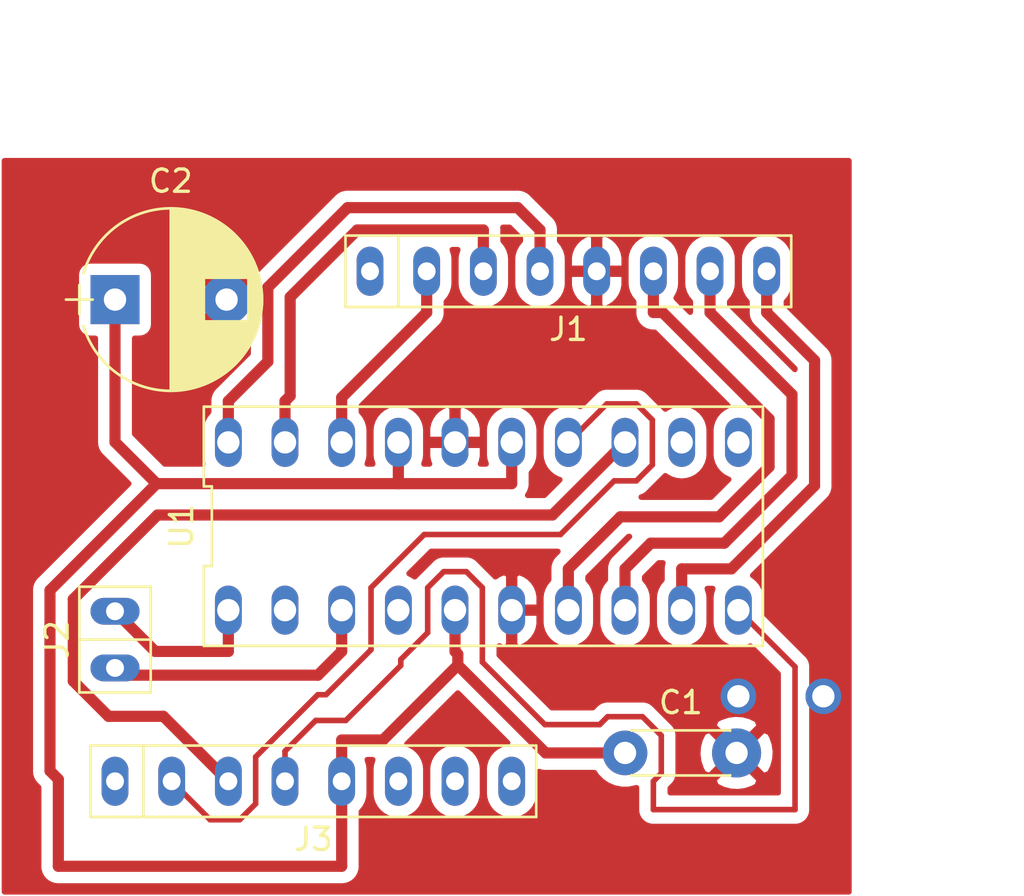
<source format=kicad_pcb>
(kicad_pcb (version 20171130) (host pcbnew "(5.1.6)-1")

  (general
    (thickness 1.6)
    (drawings 2)
    (tracks 119)
    (zones 0)
    (modules 6)
    (nets 23)
  )

  (page A4)
  (layers
    (0 F.Cu signal)
    (31 B.Cu signal)
    (32 B.Adhes user)
    (33 F.Adhes user)
    (34 B.Paste user)
    (35 F.Paste user)
    (36 B.SilkS user)
    (37 F.SilkS user)
    (38 B.Mask user)
    (39 F.Mask user)
    (40 Dwgs.User user)
    (41 Cmts.User user)
    (42 Eco1.User user)
    (43 Eco2.User user)
    (44 Edge.Cuts user)
    (45 Margin user)
    (46 B.CrtYd user)
    (47 F.CrtYd user)
    (48 B.Fab user)
    (49 F.Fab user)
  )

  (setup
    (last_trace_width 0.5)
    (user_trace_width 0.25)
    (user_trace_width 1)
    (user_trace_width 1.5)
    (user_trace_width 2)
    (trace_clearance 0.5)
    (zone_clearance 0.508)
    (zone_45_only no)
    (trace_min 0.2)
    (via_size 1.6)
    (via_drill 1)
    (via_min_size 0.4)
    (via_min_drill 0.3)
    (user_via 2 1.5)
    (user_via 2 1.5)
    (user_via 2.4 1.6)
    (uvia_size 1.2)
    (uvia_drill 0.8)
    (uvias_allowed no)
    (uvia_min_size 0.2)
    (uvia_min_drill 0.1)
    (edge_width 0.05)
    (segment_width 0.2)
    (pcb_text_width 0.3)
    (pcb_text_size 1.5 1.5)
    (mod_edge_width 0.12)
    (mod_text_size 1 1)
    (mod_text_width 0.15)
    (pad_size 1.524 1.524)
    (pad_drill 0.762)
    (pad_to_mask_clearance 0.05)
    (aux_axis_origin 0 0)
    (visible_elements 7FFFFFFF)
    (pcbplotparams
      (layerselection 0x010fc_ffffffff)
      (usegerberextensions false)
      (usegerberattributes true)
      (usegerberadvancedattributes true)
      (creategerberjobfile true)
      (excludeedgelayer true)
      (linewidth 0.100000)
      (plotframeref false)
      (viasonmask false)
      (mode 1)
      (useauxorigin false)
      (hpglpennumber 1)
      (hpglpenspeed 20)
      (hpglpendiameter 15.000000)
      (psnegative false)
      (psa4output false)
      (plotreference true)
      (plotvalue true)
      (plotinvisibletext false)
      (padsonsilk false)
      (subtractmaskfromsilk false)
      (outputformat 1)
      (mirror false)
      (drillshape 1)
      (scaleselection 1)
      (outputdirectory ""))
  )

  (net 0 "")
  (net 1 VCC)
  (net 2 GND)
  (net 3 "Net-(J1-Pad8)")
  (net 4 "Net-(J1-Pad7)")
  (net 5 "Net-(J1-Pad6)")
  (net 6 "Net-(J1-Pad4)")
  (net 7 "Net-(J1-Pad3)")
  (net 8 "Net-(J1-Pad2)")
  (net 9 "Net-(J1-Pad1)")
  (net 10 "Net-(J2-Pad2)")
  (net 11 "Net-(J2-Pad1)")
  (net 12 "Net-(J3-Pad8)")
  (net 13 "Net-(J3-Pad7)")
  (net 14 "Net-(J3-Pad6)")
  (net 15 "Net-(J3-Pad4)")
  (net 16 "Net-(J3-Pad3)")
  (net 17 "Net-(J3-Pad2)")
  (net 18 "Net-(J3-Pad1)")
  (net 19 "Net-(U1-Pad11)")
  (net 20 "Net-(U1-Pad12)")
  (net 21 "Net-(U1-Pad4)")
  (net 22 "Net-(U1-Pad2)")

  (net_class Default "This is the default net class."
    (clearance 0.5)
    (trace_width 0.5)
    (via_dia 1.6)
    (via_drill 1)
    (uvia_dia 1.2)
    (uvia_drill 0.8)
    (diff_pair_width 0.5)
    (diff_pair_gap 0.8)
    (add_net GND)
    (add_net "Net-(J1-Pad1)")
    (add_net "Net-(J1-Pad2)")
    (add_net "Net-(J1-Pad3)")
    (add_net "Net-(J1-Pad4)")
    (add_net "Net-(J1-Pad6)")
    (add_net "Net-(J1-Pad7)")
    (add_net "Net-(J1-Pad8)")
    (add_net "Net-(J2-Pad1)")
    (add_net "Net-(J2-Pad2)")
    (add_net "Net-(J3-Pad1)")
    (add_net "Net-(J3-Pad2)")
    (add_net "Net-(J3-Pad3)")
    (add_net "Net-(J3-Pad4)")
    (add_net "Net-(J3-Pad6)")
    (add_net "Net-(J3-Pad7)")
    (add_net "Net-(J3-Pad8)")
    (add_net "Net-(U1-Pad11)")
    (add_net "Net-(U1-Pad12)")
    (add_net "Net-(U1-Pad2)")
    (add_net "Net-(U1-Pad4)")
    (add_net VCC)
  )

  (module avr_v600_sven:DIP-20_296_ELL (layer F.Cu) (tedit 0) (tstamp 60317D5A)
    (at 121.92 69.85)
    (path /6031C31D)
    (fp_text reference U1 (at -13.53 0 90) (layer F.SilkS)
      (effects (font (size 1 1) (thickness 0.15)))
    )
    (fp_text value ATtiny26L-8PU (at 0 0) (layer F.Fab)
      (effects (font (size 1 1) (thickness 0.15)))
    )
    (fp_line (start -12.53 5.359999) (end 12.53 5.36) (layer F.SilkS) (width 0.12))
    (fp_line (start 12.53 5.36) (end 12.53 -5.359999) (layer F.SilkS) (width 0.12))
    (fp_line (start 12.53 -5.359999) (end -12.53 -5.36) (layer F.SilkS) (width 0.12))
    (fp_line (start -12.53 -5.36) (end -12.53 -1.786666) (layer F.SilkS) (width 0.12))
    (fp_line (start -12.53 -1.786666) (end -12.17 -1.786666) (layer F.SilkS) (width 0.12))
    (fp_line (start -12.17 -1.786666) (end -12.17 1.786666) (layer F.SilkS) (width 0.12))
    (fp_line (start -12.17 1.786666) (end -12.53 1.786666) (layer F.SilkS) (width 0.12))
    (fp_line (start -12.53 1.786666) (end -12.53 5.359999) (layer F.SilkS) (width 0.12))
    (fp_line (start -12.28 -5.11) (end 12.28 -5.11) (layer F.CrtYd) (width 0.05))
    (fp_line (start 12.28 -5.11) (end 12.28 5.11) (layer F.CrtYd) (width 0.05))
    (fp_line (start 12.28 5.11) (end -12.28 5.11) (layer F.CrtYd) (width 0.05))
    (fp_line (start -12.28 5.11) (end -12.28 -5.11) (layer F.CrtYd) (width 0.05))
    (pad 10 thru_hole oval (at 11.43 3.76) (size 1.2 2.2) (drill 1) (layers *.Cu *.Mask)
      (net 15 "Net-(J3-Pad4)"))
    (pad 11 thru_hole oval (at 11.43 -3.76) (size 1.2 2.2) (drill 1) (layers *.Cu *.Mask)
      (net 19 "Net-(U1-Pad11)"))
    (pad 9 thru_hole oval (at 8.89 3.76) (size 1.2 2.2) (drill 1) (layers *.Cu *.Mask)
      (net 3 "Net-(J1-Pad8)"))
    (pad 12 thru_hole oval (at 8.89 -3.76) (size 1.2 2.2) (drill 1) (layers *.Cu *.Mask)
      (net 20 "Net-(U1-Pad12)"))
    (pad 8 thru_hole oval (at 6.35 3.76) (size 1.2 2.2) (drill 1) (layers *.Cu *.Mask)
      (net 4 "Net-(J1-Pad7)"))
    (pad 13 thru_hole oval (at 6.35 -3.76) (size 1.2 2.2) (drill 1) (layers *.Cu *.Mask)
      (net 16 "Net-(J3-Pad3)"))
    (pad 7 thru_hole oval (at 3.81 3.76) (size 1.2 2.2) (drill 1) (layers *.Cu *.Mask)
      (net 5 "Net-(J1-Pad6)"))
    (pad 14 thru_hole oval (at 3.81 -3.76) (size 1.2 2.2) (drill 1) (layers *.Cu *.Mask)
      (net 17 "Net-(J3-Pad2)"))
    (pad 6 thru_hole oval (at 1.27 3.76) (size 1.2 2.2) (drill 1) (layers *.Cu *.Mask)
      (net 2 GND))
    (pad 15 thru_hole oval (at 1.27 -3.76) (size 1.2 2.2) (drill 1) (layers *.Cu *.Mask)
      (net 1 VCC))
    (pad 5 thru_hole oval (at -1.27 3.76) (size 1.2 2.2) (drill 1) (layers *.Cu *.Mask)
      (net 1 VCC))
    (pad 16 thru_hole oval (at -1.27 -3.76) (size 1.2 2.2) (drill 1) (layers *.Cu *.Mask)
      (net 2 GND))
    (pad 4 thru_hole oval (at -3.81 3.76) (size 1.2 2.2) (drill 1) (layers *.Cu *.Mask)
      (net 21 "Net-(U1-Pad4)"))
    (pad 17 thru_hole oval (at -3.81 -3.76) (size 1.2 2.2) (drill 1) (layers *.Cu *.Mask)
      (net 1 VCC))
    (pad 3 thru_hole oval (at -6.35 3.76) (size 1.2 2.2) (drill 1) (layers *.Cu *.Mask)
      (net 10 "Net-(J2-Pad2)"))
    (pad 18 thru_hole oval (at -6.35 -3.76) (size 1.2 2.2) (drill 1) (layers *.Cu *.Mask)
      (net 8 "Net-(J1-Pad2)"))
    (pad 2 thru_hole oval (at -8.89 3.76) (size 1.2 2.2) (drill 1) (layers *.Cu *.Mask)
      (net 22 "Net-(U1-Pad2)"))
    (pad 19 thru_hole oval (at -8.89 -3.76) (size 1.2 2.2) (drill 1) (layers *.Cu *.Mask)
      (net 7 "Net-(J1-Pad3)"))
    (pad 1 thru_hole oval (at -11.43 3.76) (size 1.2 2.2) (drill 1) (layers *.Cu *.Mask)
      (net 11 "Net-(J2-Pad1)"))
    (pad 20 thru_hole oval (at -11.43 -3.76) (size 1.2 2.2) (drill 1) (layers *.Cu *.Mask)
      (net 6 "Net-(J1-Pad4)"))
  )

  (module avr_v600_sven:SIP-8 (layer F.Cu) (tedit 0) (tstamp 60317D36)
    (at 114.3 81.28)
    (path /60316B46)
    (fp_text reference J3 (at 0 2.6) (layer F.SilkS)
      (effects (font (size 1 1) (thickness 0.15)))
    )
    (fp_text value Right_Line (at 0 -2.6) (layer F.Fab)
      (effects (font (size 1 1) (thickness 0.15)))
    )
    (fp_line (start -9.99 -1.6) (end 9.99 -1.6) (layer F.SilkS) (width 0.12))
    (fp_line (start 9.99 -1.6) (end 9.99 1.6) (layer F.SilkS) (width 0.12))
    (fp_line (start 9.99 1.6) (end -9.99 1.6) (layer F.SilkS) (width 0.12))
    (fp_line (start -9.99 1.6) (end -9.99 -1.6) (layer F.SilkS) (width 0.12))
    (fp_line (start -7.62 -1.6) (end -7.62 1.6) (layer F.SilkS) (width 0.12))
    (fp_line (start -9.74 -1.35) (end 9.74 -1.35) (layer F.CrtYd) (width 0.05))
    (fp_line (start 9.74 -1.35) (end 9.74 1.35) (layer F.CrtYd) (width 0.05))
    (fp_line (start 9.74 1.35) (end -9.74 1.35) (layer F.CrtYd) (width 0.05))
    (fp_line (start -9.74 1.35) (end -9.74 -1.35) (layer F.CrtYd) (width 0.05))
    (pad 8 thru_hole oval (at 8.89 0) (size 1.2 2.2) (drill 0.8) (layers *.Cu *.Mask)
      (net 12 "Net-(J3-Pad8)"))
    (pad 7 thru_hole oval (at 6.35 0) (size 1.2 2.2) (drill 0.8) (layers *.Cu *.Mask)
      (net 13 "Net-(J3-Pad7)"))
    (pad 6 thru_hole oval (at 3.81 0) (size 1.2 2.2) (drill 0.8) (layers *.Cu *.Mask)
      (net 14 "Net-(J3-Pad6)"))
    (pad 5 thru_hole oval (at 1.27 0) (size 1.2 2.2) (drill 0.8) (layers *.Cu *.Mask)
      (net 1 VCC))
    (pad 4 thru_hole oval (at -1.27 0) (size 1.2 2.2) (drill 0.8) (layers *.Cu *.Mask)
      (net 15 "Net-(J3-Pad4)"))
    (pad 3 thru_hole oval (at -3.81 0) (size 1.2 2.2) (drill 0.8) (layers *.Cu *.Mask)
      (net 16 "Net-(J3-Pad3)"))
    (pad 2 thru_hole oval (at -6.35 0) (size 1.2 2.2) (drill 0.8) (layers *.Cu *.Mask)
      (net 17 "Net-(J3-Pad2)"))
    (pad 1 thru_hole oval (at -8.89 0) (size 1.2 2.2) (drill 0.8) (layers *.Cu *.Mask)
      (net 18 "Net-(J3-Pad1)"))
  )

  (module avr_v600_sven:SIP-2 (layer F.Cu) (tedit 0) (tstamp 60317D21)
    (at 105.41 74.93 270)
    (path /6031BA45)
    (fp_text reference J2 (at 0 2.6 90) (layer F.SilkS)
      (effects (font (size 1 1) (thickness 0.15)))
    )
    (fp_text value Debug_Pins (at 0 -2.6 90) (layer F.Fab)
      (effects (font (size 1 1) (thickness 0.15)))
    )
    (fp_line (start -2.37 -1.6) (end 2.37 -1.6) (layer F.SilkS) (width 0.12))
    (fp_line (start 2.37 -1.6) (end 2.37 1.6) (layer F.SilkS) (width 0.12))
    (fp_line (start 2.37 1.6) (end -2.37 1.6) (layer F.SilkS) (width 0.12))
    (fp_line (start -2.37 1.6) (end -2.37 -1.6) (layer F.SilkS) (width 0.12))
    (fp_line (start 0 -1.6) (end 0 1.6) (layer F.SilkS) (width 0.12))
    (fp_line (start -2.12 -1.35) (end 2.12 -1.35) (layer F.CrtYd) (width 0.05))
    (fp_line (start 2.12 -1.35) (end 2.12 1.35) (layer F.CrtYd) (width 0.05))
    (fp_line (start 2.12 1.35) (end -2.12 1.35) (layer F.CrtYd) (width 0.05))
    (fp_line (start -2.12 1.35) (end -2.12 -1.35) (layer F.CrtYd) (width 0.05))
    (pad 2 thru_hole oval (at 1.27 0 270) (size 1.2 2.2) (drill 0.8) (layers *.Cu *.Mask)
      (net 10 "Net-(J2-Pad2)"))
    (pad 1 thru_hole oval (at -1.27 0 270) (size 1.2 2.2) (drill 0.8) (layers *.Cu *.Mask)
      (net 11 "Net-(J2-Pad1)"))
  )

  (module avr_v600_sven:SIP-8 (layer F.Cu) (tedit 0) (tstamp 60317D12)
    (at 125.73 58.42)
    (path /60318A6C)
    (fp_text reference J1 (at 0 2.6) (layer F.SilkS)
      (effects (font (size 1 1) (thickness 0.15)))
    )
    (fp_text value Left_Line (at 0 -2.6) (layer F.Fab)
      (effects (font (size 1 1) (thickness 0.15)))
    )
    (fp_line (start -9.99 -1.6) (end 9.99 -1.6) (layer F.SilkS) (width 0.12))
    (fp_line (start 9.99 -1.6) (end 9.99 1.6) (layer F.SilkS) (width 0.12))
    (fp_line (start 9.99 1.6) (end -9.99 1.6) (layer F.SilkS) (width 0.12))
    (fp_line (start -9.99 1.6) (end -9.99 -1.6) (layer F.SilkS) (width 0.12))
    (fp_line (start -7.62 -1.6) (end -7.62 1.6) (layer F.SilkS) (width 0.12))
    (fp_line (start -9.74 -1.35) (end 9.74 -1.35) (layer F.CrtYd) (width 0.05))
    (fp_line (start 9.74 -1.35) (end 9.74 1.35) (layer F.CrtYd) (width 0.05))
    (fp_line (start 9.74 1.35) (end -9.74 1.35) (layer F.CrtYd) (width 0.05))
    (fp_line (start -9.74 1.35) (end -9.74 -1.35) (layer F.CrtYd) (width 0.05))
    (pad 8 thru_hole oval (at 8.89 0) (size 1.2 2.2) (drill 0.8) (layers *.Cu *.Mask)
      (net 3 "Net-(J1-Pad8)"))
    (pad 7 thru_hole oval (at 6.35 0) (size 1.2 2.2) (drill 0.8) (layers *.Cu *.Mask)
      (net 4 "Net-(J1-Pad7)"))
    (pad 6 thru_hole oval (at 3.81 0) (size 1.2 2.2) (drill 0.8) (layers *.Cu *.Mask)
      (net 5 "Net-(J1-Pad6)"))
    (pad 5 thru_hole oval (at 1.27 0) (size 1.2 2.2) (drill 0.8) (layers *.Cu *.Mask)
      (net 2 GND))
    (pad 4 thru_hole oval (at -1.27 0) (size 1.2 2.2) (drill 0.8) (layers *.Cu *.Mask)
      (net 6 "Net-(J1-Pad4)"))
    (pad 3 thru_hole oval (at -3.81 0) (size 1.2 2.2) (drill 0.8) (layers *.Cu *.Mask)
      (net 7 "Net-(J1-Pad3)"))
    (pad 2 thru_hole oval (at -6.35 0) (size 1.2 2.2) (drill 0.8) (layers *.Cu *.Mask)
      (net 8 "Net-(J1-Pad2)"))
    (pad 1 thru_hole oval (at -8.89 0) (size 1.2 2.2) (drill 0.8) (layers *.Cu *.Mask)
      (net 9 "Net-(J1-Pad1)"))
  )

  (module avr_v600_sven:CP_Radial_D8.0mm_P5.00mm (layer F.Cu) (tedit 603171C6) (tstamp 60317CFD)
    (at 105.41 59.69)
    (descr "CP, Radial series, Radial, pin pitch=5.00mm, , diameter=8mm, Electrolytic Capacitor")
    (tags "CP Radial series Radial pin pitch 5.00mm  diameter 8mm Electrolytic Capacitor")
    (path /6031D67A)
    (fp_text reference C2 (at 2.5 -5.31) (layer F.SilkS)
      (effects (font (size 1 1) (thickness 0.15)))
    )
    (fp_text value 100uF (at 2.5 5.31) (layer F.Fab)
      (effects (font (size 1 1) (thickness 0.15)))
    )
    (fp_line (start 6.85 -4.35) (end -1.85 -4.35) (layer F.CrtYd) (width 0.05))
    (fp_line (start 6.85 4.35) (end 6.85 -4.35) (layer F.CrtYd) (width 0.05))
    (fp_line (start -1.85 4.35) (end 6.85 4.35) (layer F.CrtYd) (width 0.05))
    (fp_line (start -1.85 -4.35) (end -1.85 4.35) (layer F.CrtYd) (width 0.05))
    (fp_line (start -1.6 -0.65) (end -1.6 0.65) (layer F.SilkS) (width 0.12))
    (fp_line (start -2.2 0) (end -1 0) (layer F.SilkS) (width 0.12))
    (fp_line (start 6.581 -0.246) (end 6.581 0.246) (layer F.SilkS) (width 0.12))
    (fp_line (start 6.541 -0.598) (end 6.541 0.598) (layer F.SilkS) (width 0.12))
    (fp_line (start 6.501 -0.814) (end 6.501 0.814) (layer F.SilkS) (width 0.12))
    (fp_line (start 6.461 -0.983) (end 6.461 0.983) (layer F.SilkS) (width 0.12))
    (fp_line (start 6.421 -1.127) (end 6.421 1.127) (layer F.SilkS) (width 0.12))
    (fp_line (start 6.381 -1.254) (end 6.381 1.254) (layer F.SilkS) (width 0.12))
    (fp_line (start 6.341 -1.369) (end 6.341 1.369) (layer F.SilkS) (width 0.12))
    (fp_line (start 6.301 -1.473) (end 6.301 1.473) (layer F.SilkS) (width 0.12))
    (fp_line (start 6.261 -1.57) (end 6.261 1.57) (layer F.SilkS) (width 0.12))
    (fp_line (start 6.221 -1.66) (end 6.221 1.66) (layer F.SilkS) (width 0.12))
    (fp_line (start 6.181 -1.745) (end 6.181 1.745) (layer F.SilkS) (width 0.12))
    (fp_line (start 6.141 -1.826) (end 6.141 1.826) (layer F.SilkS) (width 0.12))
    (fp_line (start 6.101 -1.902) (end 6.101 1.902) (layer F.SilkS) (width 0.12))
    (fp_line (start 6.061 -1.974) (end 6.061 1.974) (layer F.SilkS) (width 0.12))
    (fp_line (start 6.021 -2.043) (end 6.021 2.043) (layer F.SilkS) (width 0.12))
    (fp_line (start 5.981 -2.109) (end 5.981 2.109) (layer F.SilkS) (width 0.12))
    (fp_line (start 5.941 0.98) (end 5.941 2.173) (layer F.SilkS) (width 0.12))
    (fp_line (start 5.941 -2.173) (end 5.941 -0.98) (layer F.SilkS) (width 0.12))
    (fp_line (start 5.901 0.98) (end 5.901 2.234) (layer F.SilkS) (width 0.12))
    (fp_line (start 5.901 -2.234) (end 5.901 -0.98) (layer F.SilkS) (width 0.12))
    (fp_line (start 5.861 0.98) (end 5.861 2.293) (layer F.SilkS) (width 0.12))
    (fp_line (start 5.861 -2.293) (end 5.861 -0.98) (layer F.SilkS) (width 0.12))
    (fp_line (start 5.821 0.98) (end 5.821 2.349) (layer F.SilkS) (width 0.12))
    (fp_line (start 5.821 -2.349) (end 5.821 -0.98) (layer F.SilkS) (width 0.12))
    (fp_line (start 5.781 0.98) (end 5.781 2.404) (layer F.SilkS) (width 0.12))
    (fp_line (start 5.781 -2.404) (end 5.781 -0.98) (layer F.SilkS) (width 0.12))
    (fp_line (start 5.741 0.98) (end 5.741 2.457) (layer F.SilkS) (width 0.12))
    (fp_line (start 5.741 -2.457) (end 5.741 -0.98) (layer F.SilkS) (width 0.12))
    (fp_line (start 5.701 0.98) (end 5.701 2.508) (layer F.SilkS) (width 0.12))
    (fp_line (start 5.701 -2.508) (end 5.701 -0.98) (layer F.SilkS) (width 0.12))
    (fp_line (start 5.661 0.98) (end 5.661 2.557) (layer F.SilkS) (width 0.12))
    (fp_line (start 5.661 -2.557) (end 5.661 -0.98) (layer F.SilkS) (width 0.12))
    (fp_line (start 5.621 0.98) (end 5.621 2.605) (layer F.SilkS) (width 0.12))
    (fp_line (start 5.621 -2.605) (end 5.621 -0.98) (layer F.SilkS) (width 0.12))
    (fp_line (start 5.581 0.98) (end 5.581 2.652) (layer F.SilkS) (width 0.12))
    (fp_line (start 5.581 -2.652) (end 5.581 -0.98) (layer F.SilkS) (width 0.12))
    (fp_line (start 5.541 0.98) (end 5.541 2.697) (layer F.SilkS) (width 0.12))
    (fp_line (start 5.541 -2.697) (end 5.541 -0.98) (layer F.SilkS) (width 0.12))
    (fp_line (start 5.501 0.98) (end 5.501 2.74) (layer F.SilkS) (width 0.12))
    (fp_line (start 5.501 -2.74) (end 5.501 -0.98) (layer F.SilkS) (width 0.12))
    (fp_line (start 5.461 0.98) (end 5.461 2.783) (layer F.SilkS) (width 0.12))
    (fp_line (start 5.461 -2.783) (end 5.461 -0.98) (layer F.SilkS) (width 0.12))
    (fp_line (start 5.421 0.98) (end 5.421 2.824) (layer F.SilkS) (width 0.12))
    (fp_line (start 5.421 -2.824) (end 5.421 -0.98) (layer F.SilkS) (width 0.12))
    (fp_line (start 5.381 0.98) (end 5.381 2.865) (layer F.SilkS) (width 0.12))
    (fp_line (start 5.381 -2.865) (end 5.381 -0.98) (layer F.SilkS) (width 0.12))
    (fp_line (start 5.341 0.98) (end 5.341 2.904) (layer F.SilkS) (width 0.12))
    (fp_line (start 5.341 -2.904) (end 5.341 -0.98) (layer F.SilkS) (width 0.12))
    (fp_line (start 5.301 0.98) (end 5.301 2.942) (layer F.SilkS) (width 0.12))
    (fp_line (start 5.301 -2.942) (end 5.301 -0.98) (layer F.SilkS) (width 0.12))
    (fp_line (start 5.261 0.98) (end 5.261 2.979) (layer F.SilkS) (width 0.12))
    (fp_line (start 5.261 -2.979) (end 5.261 -0.98) (layer F.SilkS) (width 0.12))
    (fp_line (start 5.221 0.98) (end 5.221 3.015) (layer F.SilkS) (width 0.12))
    (fp_line (start 5.221 -3.015) (end 5.221 -0.98) (layer F.SilkS) (width 0.12))
    (fp_line (start 5.181 0.98) (end 5.181 3.05) (layer F.SilkS) (width 0.12))
    (fp_line (start 5.181 -3.05) (end 5.181 -0.98) (layer F.SilkS) (width 0.12))
    (fp_line (start 5.141 0.98) (end 5.141 3.084) (layer F.SilkS) (width 0.12))
    (fp_line (start 5.141 -3.084) (end 5.141 -0.98) (layer F.SilkS) (width 0.12))
    (fp_line (start 5.101 0.98) (end 5.101 3.118) (layer F.SilkS) (width 0.12))
    (fp_line (start 5.101 -3.118) (end 5.101 -0.98) (layer F.SilkS) (width 0.12))
    (fp_line (start 5.061 0.98) (end 5.061 3.15) (layer F.SilkS) (width 0.12))
    (fp_line (start 5.061 -3.15) (end 5.061 -0.98) (layer F.SilkS) (width 0.12))
    (fp_line (start 5.021 0.98) (end 5.021 3.182) (layer F.SilkS) (width 0.12))
    (fp_line (start 5.021 -3.182) (end 5.021 -0.98) (layer F.SilkS) (width 0.12))
    (fp_line (start 4.981 0.98) (end 4.981 3.213) (layer F.SilkS) (width 0.12))
    (fp_line (start 4.981 -3.213) (end 4.981 -0.98) (layer F.SilkS) (width 0.12))
    (fp_line (start 4.941 0.98) (end 4.941 3.243) (layer F.SilkS) (width 0.12))
    (fp_line (start 4.941 -3.243) (end 4.941 -0.98) (layer F.SilkS) (width 0.12))
    (fp_line (start 4.901 0.98) (end 4.901 3.272) (layer F.SilkS) (width 0.12))
    (fp_line (start 4.901 -3.272) (end 4.901 -0.98) (layer F.SilkS) (width 0.12))
    (fp_line (start 4.861 0.98) (end 4.861 3.301) (layer F.SilkS) (width 0.12))
    (fp_line (start 4.861 -3.301) (end 4.861 -0.98) (layer F.SilkS) (width 0.12))
    (fp_line (start 4.821 0.98) (end 4.821 3.329) (layer F.SilkS) (width 0.12))
    (fp_line (start 4.821 -3.329) (end 4.821 -0.98) (layer F.SilkS) (width 0.12))
    (fp_line (start 4.781 0.98) (end 4.781 3.356) (layer F.SilkS) (width 0.12))
    (fp_line (start 4.781 -3.356) (end 4.781 -0.98) (layer F.SilkS) (width 0.12))
    (fp_line (start 4.741 0.98) (end 4.741 3.383) (layer F.SilkS) (width 0.12))
    (fp_line (start 4.741 -3.383) (end 4.741 -0.98) (layer F.SilkS) (width 0.12))
    (fp_line (start 4.701 0.98) (end 4.701 3.408) (layer F.SilkS) (width 0.12))
    (fp_line (start 4.701 -3.408) (end 4.701 -0.98) (layer F.SilkS) (width 0.12))
    (fp_line (start 4.661 0.98) (end 4.661 3.434) (layer F.SilkS) (width 0.12))
    (fp_line (start 4.661 -3.434) (end 4.661 -0.98) (layer F.SilkS) (width 0.12))
    (fp_line (start 4.621 0.98) (end 4.621 3.458) (layer F.SilkS) (width 0.12))
    (fp_line (start 4.621 -3.458) (end 4.621 -0.98) (layer F.SilkS) (width 0.12))
    (fp_line (start 4.581 0.98) (end 4.581 3.482) (layer F.SilkS) (width 0.12))
    (fp_line (start 4.581 -3.482) (end 4.581 -0.98) (layer F.SilkS) (width 0.12))
    (fp_line (start 4.541 0.98) (end 4.541 3.505) (layer F.SilkS) (width 0.12))
    (fp_line (start 4.541 -3.505) (end 4.541 -0.98) (layer F.SilkS) (width 0.12))
    (fp_line (start 4.501 0.98) (end 4.501 3.528) (layer F.SilkS) (width 0.12))
    (fp_line (start 4.501 -3.528) (end 4.501 -0.98) (layer F.SilkS) (width 0.12))
    (fp_line (start 4.461 0.98) (end 4.461 3.55) (layer F.SilkS) (width 0.12))
    (fp_line (start 4.461 -3.55) (end 4.461 -0.98) (layer F.SilkS) (width 0.12))
    (fp_line (start 4.421 0.98) (end 4.421 3.572) (layer F.SilkS) (width 0.12))
    (fp_line (start 4.421 -3.572) (end 4.421 -0.98) (layer F.SilkS) (width 0.12))
    (fp_line (start 4.381 0.98) (end 4.381 3.593) (layer F.SilkS) (width 0.12))
    (fp_line (start 4.381 -3.593) (end 4.381 -0.98) (layer F.SilkS) (width 0.12))
    (fp_line (start 4.341 0.98) (end 4.341 3.613) (layer F.SilkS) (width 0.12))
    (fp_line (start 4.341 -3.613) (end 4.341 -0.98) (layer F.SilkS) (width 0.12))
    (fp_line (start 4.301 0.98) (end 4.301 3.633) (layer F.SilkS) (width 0.12))
    (fp_line (start 4.301 -3.633) (end 4.301 -0.98) (layer F.SilkS) (width 0.12))
    (fp_line (start 4.261 0.98) (end 4.261 3.652) (layer F.SilkS) (width 0.12))
    (fp_line (start 4.261 -3.652) (end 4.261 -0.98) (layer F.SilkS) (width 0.12))
    (fp_line (start 4.221 0.98) (end 4.221 3.671) (layer F.SilkS) (width 0.12))
    (fp_line (start 4.221 -3.671) (end 4.221 -0.98) (layer F.SilkS) (width 0.12))
    (fp_line (start 4.181 0.98) (end 4.181 3.69) (layer F.SilkS) (width 0.12))
    (fp_line (start 4.181 -3.69) (end 4.181 -0.98) (layer F.SilkS) (width 0.12))
    (fp_line (start 4.141 0.98) (end 4.141 3.707) (layer F.SilkS) (width 0.12))
    (fp_line (start 4.141 -3.707) (end 4.141 -0.98) (layer F.SilkS) (width 0.12))
    (fp_line (start 4.101 0.98) (end 4.101 3.725) (layer F.SilkS) (width 0.12))
    (fp_line (start 4.101 -3.725) (end 4.101 -0.98) (layer F.SilkS) (width 0.12))
    (fp_line (start 4.061 0.98) (end 4.061 3.741) (layer F.SilkS) (width 0.12))
    (fp_line (start 4.061 -3.741) (end 4.061 -0.98) (layer F.SilkS) (width 0.12))
    (fp_line (start 4.021 0.98) (end 4.021 3.758) (layer F.SilkS) (width 0.12))
    (fp_line (start 4.021 -3.758) (end 4.021 -0.98) (layer F.SilkS) (width 0.12))
    (fp_line (start 3.981 -3.773) (end 3.981 3.773) (layer F.SilkS) (width 0.12))
    (fp_line (start 3.941 -3.789) (end 3.941 3.789) (layer F.SilkS) (width 0.12))
    (fp_line (start 3.901 -3.803) (end 3.901 3.803) (layer F.SilkS) (width 0.12))
    (fp_line (start 3.861 -3.818) (end 3.861 3.818) (layer F.SilkS) (width 0.12))
    (fp_line (start 3.821 -3.832) (end 3.821 3.832) (layer F.SilkS) (width 0.12))
    (fp_line (start 3.781 -3.845) (end 3.781 3.845) (layer F.SilkS) (width 0.12))
    (fp_line (start 3.741 -3.858) (end 3.741 3.858) (layer F.SilkS) (width 0.12))
    (fp_line (start 3.701 -3.87) (end 3.701 3.87) (layer F.SilkS) (width 0.12))
    (fp_line (start 3.661 -3.883) (end 3.661 3.883) (layer F.SilkS) (width 0.12))
    (fp_line (start 3.621 -3.894) (end 3.621 3.894) (layer F.SilkS) (width 0.12))
    (fp_line (start 3.581 -3.905) (end 3.581 3.905) (layer F.SilkS) (width 0.12))
    (fp_line (start 3.541 -3.916) (end 3.541 3.916) (layer F.SilkS) (width 0.12))
    (fp_line (start 3.501 -3.926) (end 3.501 3.926) (layer F.SilkS) (width 0.12))
    (fp_line (start 3.461 -3.936) (end 3.461 3.936) (layer F.SilkS) (width 0.12))
    (fp_line (start 3.421 -3.946) (end 3.421 3.946) (layer F.SilkS) (width 0.12))
    (fp_line (start 3.381 -3.955) (end 3.381 3.955) (layer F.SilkS) (width 0.12))
    (fp_line (start 3.341 -3.963) (end 3.341 3.963) (layer F.SilkS) (width 0.12))
    (fp_line (start 3.301 -3.971) (end 3.301 3.971) (layer F.SilkS) (width 0.12))
    (fp_line (start 3.261 -3.979) (end 3.261 3.979) (layer F.SilkS) (width 0.12))
    (fp_line (start 3.221 -3.987) (end 3.221 3.987) (layer F.SilkS) (width 0.12))
    (fp_line (start 3.18 -3.994) (end 3.18 3.994) (layer F.SilkS) (width 0.12))
    (fp_line (start 3.14 -4) (end 3.14 4) (layer F.SilkS) (width 0.12))
    (fp_line (start 3.1 -4.006) (end 3.1 4.006) (layer F.SilkS) (width 0.12))
    (fp_line (start 3.06 -4.012) (end 3.06 4.012) (layer F.SilkS) (width 0.12))
    (fp_line (start 3.02 -4.017) (end 3.02 4.017) (layer F.SilkS) (width 0.12))
    (fp_line (start 2.98 -4.022) (end 2.98 4.022) (layer F.SilkS) (width 0.12))
    (fp_line (start 2.94 -4.027) (end 2.94 4.027) (layer F.SilkS) (width 0.12))
    (fp_line (start 2.9 -4.031) (end 2.9 4.031) (layer F.SilkS) (width 0.12))
    (fp_line (start 2.86 -4.035) (end 2.86 4.035) (layer F.SilkS) (width 0.12))
    (fp_line (start 2.82 -4.038) (end 2.82 4.038) (layer F.SilkS) (width 0.12))
    (fp_line (start 2.78 -4.041) (end 2.78 4.041) (layer F.SilkS) (width 0.12))
    (fp_line (start 2.74 -4.043) (end 2.74 4.043) (layer F.SilkS) (width 0.12))
    (fp_line (start 2.7 -4.046) (end 2.7 4.046) (layer F.SilkS) (width 0.12))
    (fp_line (start 2.66 -4.047) (end 2.66 4.047) (layer F.SilkS) (width 0.12))
    (fp_line (start 2.62 -4.049) (end 2.62 4.049) (layer F.SilkS) (width 0.12))
    (fp_line (start 2.58 -4.05) (end 2.58 4.05) (layer F.SilkS) (width 0.12))
    (fp_line (start 2.54 -4.05) (end 2.54 4.05) (layer F.SilkS) (width 0.12))
    (fp_line (start 2.5 -4.05) (end 2.5 4.05) (layer F.SilkS) (width 0.12))
    (fp_line (start -1.6 -0.65) (end -1.6 0.65) (layer F.Fab) (width 0.1))
    (fp_line (start -2.2 0) (end -1 0) (layer F.Fab) (width 0.1))
    (fp_circle (center 2.5 0) (end 6.5 0) (layer F.Fab) (width 0.1))
    (fp_arc (start 2.5 0) (end -1.416082 -1.18) (angle 146.5) (layer F.SilkS) (width 0.12))
    (fp_arc (start 2.5 0) (end -1.416082 1.18) (angle -146.5) (layer F.SilkS) (width 0.12))
    (fp_arc (start 2.5 0) (end 6.416082 -1.18) (angle 33.5) (layer F.SilkS) (width 0.12))
    (fp_text user %R (at 2.5 0) (layer F.Fab)
      (effects (font (size 1 1) (thickness 0.15)))
    )
    (pad 1 thru_hole rect (at 0 0) (size 2.2 2.2) (drill 1) (layers *.Cu *.Mask)
      (net 1 VCC))
    (pad 2 thru_hole circle (at 5 0) (size 2.2 2.2) (drill 1) (layers *.Cu *.Mask)
      (net 2 GND))
    (model ${KISYS3DMOD}/Capacitors_THT.3dshapes/CP_Radial_D8.0mm_P5.00mm.wrl
      (at (xyz 0 0 0))
      (scale (xyz 1 1 1))
      (rotate (xyz 0 0 0))
    )
  )

  (module avr_v600_sven:C_Disc_D4.3mm_W1.9mm_P5.00mm (layer F.Cu) (tedit 60317195) (tstamp 60317C52)
    (at 128.27 80.01)
    (descr "C, Disc series, Radial, pin pitch=5.00mm, , diameter*width=4.3*1.9mm^2, Capacitor, http://www.vishay.com/docs/45233/krseries.pdf")
    (tags "C Disc series Radial pin pitch 5.00mm  diameter 4.3mm width 1.9mm Capacitor")
    (path /6031D0BF)
    (fp_text reference C1 (at 2.5 -2.26) (layer F.SilkS)
      (effects (font (size 1 1) (thickness 0.15)))
    )
    (fp_text value 100nF (at 2.5 2.26) (layer F.Fab)
      (effects (font (size 1 1) (thickness 0.15)))
    )
    (fp_line (start 6.05 -1.3) (end -1.05 -1.3) (layer F.CrtYd) (width 0.05))
    (fp_line (start 6.05 1.3) (end 6.05 -1.3) (layer F.CrtYd) (width 0.05))
    (fp_line (start -1.05 1.3) (end 6.05 1.3) (layer F.CrtYd) (width 0.05))
    (fp_line (start -1.05 -1.3) (end -1.05 1.3) (layer F.CrtYd) (width 0.05))
    (fp_line (start 4.71 0.996) (end 4.71 1.01) (layer F.SilkS) (width 0.12))
    (fp_line (start 4.71 -1.01) (end 4.71 -0.996) (layer F.SilkS) (width 0.12))
    (fp_line (start 0.29 0.996) (end 0.29 1.01) (layer F.SilkS) (width 0.12))
    (fp_line (start 0.29 -1.01) (end 0.29 -0.996) (layer F.SilkS) (width 0.12))
    (fp_line (start 0.29 1.01) (end 4.71 1.01) (layer F.SilkS) (width 0.12))
    (fp_line (start 0.29 -1.01) (end 4.71 -1.01) (layer F.SilkS) (width 0.12))
    (fp_line (start 4.65 -0.95) (end 0.35 -0.95) (layer F.Fab) (width 0.1))
    (fp_line (start 4.65 0.95) (end 4.65 -0.95) (layer F.Fab) (width 0.1))
    (fp_line (start 0.35 0.95) (end 4.65 0.95) (layer F.Fab) (width 0.1))
    (fp_line (start 0.35 -0.95) (end 0.35 0.95) (layer F.Fab) (width 0.1))
    (fp_text user %R (at 2.5 0) (layer F.Fab)
      (effects (font (size 1 1) (thickness 0.15)))
    )
    (pad 1 thru_hole circle (at 0 0) (size 2 2) (drill 1) (layers *.Cu *.Mask)
      (net 1 VCC))
    (pad 2 thru_hole circle (at 5 0) (size 2.2 2.2) (drill 1) (layers *.Cu *.Mask)
      (net 2 GND))
    (model ${KISYS3DMOD}/Capacitors_THT.3dshapes/C_Disc_D4.3mm_W1.9mm_P5.00mm.wrl
      (at (xyz 0 0 0))
      (scale (xyz 1 1 1))
      (rotate (xyz 0 0 0))
    )
  )

  (dimension 33.02 (width 0.15) (layer Dwgs.User)
    (gr_text "33,020 мм" (at 144.81 69.85 270) (layer Dwgs.User)
      (effects (font (size 1 1) (thickness 0.15)))
    )
    (feature1 (pts (xy 138.43 86.36) (xy 144.096421 86.36)))
    (feature2 (pts (xy 138.43 53.34) (xy 144.096421 53.34)))
    (crossbar (pts (xy 143.51 53.34) (xy 143.51 86.36)))
    (arrow1a (pts (xy 143.51 86.36) (xy 142.923579 85.233496)))
    (arrow1b (pts (xy 143.51 86.36) (xy 144.096421 85.233496)))
    (arrow2a (pts (xy 143.51 53.34) (xy 142.923579 54.466504)))
    (arrow2b (pts (xy 143.51 53.34) (xy 144.096421 54.466504)))
  )
  (dimension 38.1 (width 0.15) (layer Dwgs.User)
    (gr_text "38,100 мм" (at 119.38 46.96) (layer Dwgs.User)
      (effects (font (size 1 1) (thickness 0.15)))
    )
    (feature1 (pts (xy 138.43 53.34) (xy 138.43 47.673579)))
    (feature2 (pts (xy 100.33 53.34) (xy 100.33 47.673579)))
    (crossbar (pts (xy 100.33 48.26) (xy 138.43 48.26)))
    (arrow1a (pts (xy 138.43 48.26) (xy 137.303496 48.846421)))
    (arrow1b (pts (xy 138.43 48.26) (xy 137.303496 47.673579)))
    (arrow2a (pts (xy 100.33 48.26) (xy 101.456504 48.846421)))
    (arrow2b (pts (xy 100.33 48.26) (xy 101.456504 47.673579)))
  )

  (segment (start 123.19 66.09) (end 123.19 67.9403) (width 0.5) (layer F.Cu) (net 1))
  (segment (start 118.11 67.9403) (end 123.19 67.9403) (width 0.5) (layer F.Cu) (net 1))
  (segment (start 107.2748 67.9403) (end 118.11 67.9403) (width 0.5) (layer F.Cu) (net 1))
  (segment (start 102.4952 80.8146) (end 102.4952 72.7199) (width 0.5) (layer F.Cu) (net 1))
  (segment (start 102.4952 72.7199) (end 107.2748 67.9403) (width 0.5) (layer F.Cu) (net 1))
  (segment (start 105.41 59.69) (end 105.41 66.0755) (width 0.5) (layer F.Cu) (net 1))
  (segment (start 105.41 66.0755) (end 107.2748 67.9403) (width 0.5) (layer F.Cu) (net 1))
  (segment (start 115.57 81.2147) (end 115.57 81.1494) (width 0.5) (layer F.Cu) (net 1))
  (segment (start 115.57 81.28) (end 115.57 81.2147) (width 0.5) (layer F.Cu) (net 1))
  (segment (start 120.65 74.0289) (end 120.65 73.61) (width 0.5) (layer F.Cu) (net 1))
  (segment (start 115.57 80.8611) (end 115.57 79.4297) (width 0.5) (layer F.Cu) (net 1))
  (segment (start 115.57 80.8611) (end 115.57 81.1494) (width 0.5) (layer F.Cu) (net 1))
  (segment (start 120.7747 76.0753) (end 124.7094 80.01) (width 0.5) (layer F.Cu) (net 1))
  (segment (start 124.7094 80.01) (end 128.27 80.01) (width 0.5) (layer F.Cu) (net 1))
  (segment (start 118.11 66.5089) (end 118.11 66.09) (width 0.5) (layer F.Cu) (net 1))
  (segment (start 118.11 66.5089) (end 118.11 67.9403) (width 0.5) (layer F.Cu) (net 1))
  (segment (start 120.65 74.0289) (end 120.65 75.4603) (width 0.5) (layer F.Cu) (net 1))
  (segment (start 115.57 79.4297) (end 117.4203 79.4297) (width 0.5) (layer F.Cu) (net 1))
  (segment (start 117.4203 79.4297) (end 120.7747 76.0753) (width 0.5) (layer F.Cu) (net 1))
  (segment (start 120.7747 76.0753) (end 120.7747 75.585) (width 0.5) (layer F.Cu) (net 1))
  (segment (start 120.7747 75.585) (end 120.65 75.4603) (width 0.5) (layer F.Cu) (net 1))
  (segment (start 115.57 81.28) (end 115.57 85.09) (width 0.5) (layer F.Cu) (net 1))
  (segment (start 115.57 85.09) (end 102.87 85.09) (width 0.5) (layer F.Cu) (net 1))
  (segment (start 102.87 81.1894) (end 102.4952 80.8146) (width 0.5) (layer F.Cu) (net 1))
  (segment (start 102.87 85.09) (end 102.87 81.1894) (width 0.5) (layer F.Cu) (net 1))
  (via (at 133.35 77.47) (size 1.6) (drill 1) (layers F.Cu B.Cu) (net 2))
  (via (at 137.16 77.47) (size 1.6) (drill 1) (layers F.Cu B.Cu) (net 2))
  (segment (start 110.41 59.69) (end 110.41 59.5744) (width 0.5) (layer F.Cu) (net 2))
  (segment (start 123.19 73.6393) (end 123.19 73.61) (width 0.5) (layer F.Cu) (net 2))
  (segment (start 130.81 71.7597) (end 133.0386 71.7597) (width 0.5) (layer F.Cu) (net 3))
  (segment (start 133.0386 71.7597) (end 136.7652 68.0331) (width 0.5) (layer F.Cu) (net 3))
  (segment (start 136.7652 68.0331) (end 136.7652 62.4155) (width 0.5) (layer F.Cu) (net 3))
  (segment (start 136.7652 62.4155) (end 134.62 60.2703) (width 0.5) (layer F.Cu) (net 3))
  (segment (start 130.81 73.61) (end 130.81 71.7597) (width 0.5) (layer F.Cu) (net 3))
  (segment (start 134.62 58.42) (end 134.62 60.2703) (width 0.5) (layer F.Cu) (net 3))
  (segment (start 132.08 58.42) (end 132.08 60.2703) (width 0.5) (layer F.Cu) (net 4))
  (segment (start 128.27 73.61) (end 128.27 71.7597) (width 0.5) (layer F.Cu) (net 4))
  (segment (start 132.08 60.2703) (end 135.7546 63.9449) (width 0.5) (layer F.Cu) (net 4))
  (segment (start 135.7546 63.9449) (end 135.7546 67.5735) (width 0.5) (layer F.Cu) (net 4))
  (segment (start 135.7546 67.5735) (end 132.7195 70.6086) (width 0.5) (layer F.Cu) (net 4))
  (segment (start 132.7195 70.6086) (end 129.4211 70.6086) (width 0.5) (layer F.Cu) (net 4))
  (segment (start 129.4211 70.6086) (end 128.27 71.7597) (width 0.5) (layer F.Cu) (net 4))
  (segment (start 125.73 73.61) (end 125.73 71.7597) (width 0.5) (layer F.Cu) (net 5))
  (segment (start 129.54 58.42) (end 129.54 60.2703) (width 0.5) (layer F.Cu) (net 5))
  (segment (start 129.54 60.2703) (end 129.9592 60.2703) (width 0.5) (layer F.Cu) (net 5))
  (segment (start 129.9592 60.2703) (end 134.7273 65.0384) (width 0.5) (layer F.Cu) (net 5))
  (segment (start 134.7273 65.0384) (end 134.7273 67.1861) (width 0.5) (layer F.Cu) (net 5))
  (segment (start 134.7273 67.1861) (end 132.4862 69.4272) (width 0.5) (layer F.Cu) (net 5))
  (segment (start 132.4862 69.4272) (end 128.0625 69.4272) (width 0.5) (layer F.Cu) (net 5))
  (segment (start 128.0625 69.4272) (end 125.73 71.7597) (width 0.5) (layer F.Cu) (net 5))
  (segment (start 110.49 66.09) (end 110.49 64.2397) (width 0.5) (layer F.Cu) (net 6))
  (segment (start 124.46 58.42) (end 124.46 56.5697) (width 0.5) (layer F.Cu) (net 6))
  (segment (start 124.46 56.5697) (end 123.4597 55.5694) (width 0.5) (layer F.Cu) (net 6))
  (segment (start 123.4597 55.5694) (end 115.8341 55.5694) (width 0.5) (layer F.Cu) (net 6))
  (segment (start 115.8341 55.5694) (end 112.2603 59.1432) (width 0.5) (layer F.Cu) (net 6))
  (segment (start 112.2603 59.1432) (end 112.2603 62.4694) (width 0.5) (layer F.Cu) (net 6))
  (segment (start 112.2603 62.4694) (end 110.49 64.2397) (width 0.5) (layer F.Cu) (net 6))
  (segment (start 113.03 66.09) (end 113.03 64.2397) (width 0.5) (layer F.Cu) (net 7))
  (segment (start 113.03 64.2397) (end 113.2606 64.0091) (width 0.5) (layer F.Cu) (net 7))
  (segment (start 113.2606 64.0091) (end 113.2606 59.5787) (width 0.5) (layer F.Cu) (net 7))
  (segment (start 113.2606 59.5787) (end 116.2696 56.5697) (width 0.5) (layer F.Cu) (net 7))
  (segment (start 116.2696 56.5697) (end 121.92 56.5697) (width 0.5) (layer F.Cu) (net 7))
  (segment (start 121.92 58.42) (end 121.92 56.5697) (width 0.5) (layer F.Cu) (net 7))
  (segment (start 119.38 58.42) (end 119.38 60.2703) (width 0.5) (layer F.Cu) (net 8))
  (segment (start 119.38 60.2703) (end 115.57 64.0803) (width 0.5) (layer F.Cu) (net 8))
  (segment (start 115.57 64.0803) (end 115.57 66.09) (width 0.5) (layer F.Cu) (net 8))
  (segment (start 115.57 73.61) (end 115.57 75.4603) (width 0.5) (layer F.Cu) (net 10))
  (segment (start 105.41 76.2) (end 105.7349 76.5249) (width 0.5) (layer F.Cu) (net 10))
  (segment (start 105.7349 76.5249) (end 114.5054 76.5249) (width 0.5) (layer F.Cu) (net 10))
  (segment (start 114.5054 76.5249) (end 115.57 75.4603) (width 0.5) (layer F.Cu) (net 10))
  (segment (start 110.49 73.61) (end 110.49 75.4603) (width 0.5) (layer F.Cu) (net 11))
  (segment (start 105.41 73.66) (end 107.2103 75.4603) (width 0.5) (layer F.Cu) (net 11))
  (segment (start 107.2103 75.4603) (end 110.49 75.4603) (width 0.5) (layer F.Cu) (net 11))
  (segment (start 135.89 82.55) (end 135.89 76.15) (width 0.25) (layer F.Cu) (net 15))
  (segment (start 129.54 81.28) (end 129.54 82.55) (width 0.25) (layer F.Cu) (net 15))
  (segment (start 129.895001 79.229999) (end 129.895001 80.924999) (width 0.25) (layer F.Cu) (net 15))
  (segment (start 129.54 82.55) (end 135.89 82.55) (width 0.25) (layer F.Cu) (net 15))
  (segment (start 127.489999 78.384999) (end 129.050001 78.384999) (width 0.25) (layer F.Cu) (net 15))
  (segment (start 127.134998 78.74) (end 127.489999 78.384999) (width 0.25) (layer F.Cu) (net 15))
  (segment (start 124.67685 78.74) (end 127.134998 78.74) (width 0.25) (layer F.Cu) (net 15))
  (segment (start 121.87501 75.93816) (end 124.67685 78.74) (width 0.25) (layer F.Cu) (net 15))
  (segment (start 135.89 76.15) (end 133.35 73.61) (width 0.25) (layer F.Cu) (net 15))
  (segment (start 115.75531 78.55469) (end 118.219664 76.090336) (width 0.25) (layer F.Cu) (net 15))
  (segment (start 114.40531 78.55469) (end 115.75531 78.55469) (width 0.25) (layer F.Cu) (net 15))
  (segment (start 129.050001 78.384999) (end 129.895001 79.229999) (width 0.25) (layer F.Cu) (net 15))
  (segment (start 113.03 81.28) (end 113.03 79.93) (width 0.25) (layer F.Cu) (net 15))
  (segment (start 118.219664 76.090336) (end 118.219664 75.822741) (width 0.25) (layer F.Cu) (net 15))
  (segment (start 118.219664 75.822741) (end 119.42499 74.617415) (width 0.25) (layer F.Cu) (net 15))
  (segment (start 113.03 79.93) (end 114.40531 78.55469) (width 0.25) (layer F.Cu) (net 15))
  (segment (start 119.42499 72.602585) (end 120.142585 71.88499) (width 0.25) (layer F.Cu) (net 15))
  (segment (start 119.42499 74.617415) (end 119.42499 72.602585) (width 0.25) (layer F.Cu) (net 15))
  (segment (start 120.142585 71.88499) (end 121.157415 71.88499) (width 0.25) (layer F.Cu) (net 15))
  (segment (start 129.895001 80.924999) (end 129.54 81.28) (width 0.25) (layer F.Cu) (net 15))
  (segment (start 121.157415 71.88499) (end 121.87501 72.602585) (width 0.25) (layer F.Cu) (net 15))
  (segment (start 121.87501 72.602585) (end 121.87501 75.93816) (width 0.25) (layer F.Cu) (net 15))
  (segment (start 110.49 81.28) (end 107.5784 78.3684) (width 0.5) (layer F.Cu) (net 16))
  (segment (start 107.5784 78.3684) (end 105.1191 78.3684) (width 0.5) (layer F.Cu) (net 16))
  (segment (start 105.1191 78.3684) (end 103.5401 76.7894) (width 0.5) (layer F.Cu) (net 16))
  (segment (start 103.5401 76.7894) (end 103.5401 73.1198) (width 0.5) (layer F.Cu) (net 16))
  (segment (start 103.5401 73.1198) (end 107.3153 69.3446) (width 0.5) (layer F.Cu) (net 16))
  (segment (start 107.3153 69.3446) (end 125.0154 69.3446) (width 0.5) (layer F.Cu) (net 16))
  (segment (start 125.0154 69.3446) (end 128.27 66.09) (width 0.5) (layer F.Cu) (net 16))
  (segment (start 128.777415 64.36499) (end 127.45501 64.36499) (width 0.25) (layer F.Cu) (net 17))
  (segment (start 129.49501 65.082585) (end 128.777415 64.36499) (width 0.25) (layer F.Cu) (net 17))
  (segment (start 129.49501 67.097415) (end 129.49501 65.082585) (width 0.25) (layer F.Cu) (net 17))
  (segment (start 127.782441 67.81501) (end 128.777415 67.81501) (width 0.25) (layer F.Cu) (net 17))
  (segment (start 125.377841 70.21961) (end 127.782441 67.81501) (width 0.25) (layer F.Cu) (net 17))
  (segment (start 119.267965 70.21961) (end 125.377841 70.21961) (width 0.25) (layer F.Cu) (net 17))
  (segment (start 116.88499 72.602585) (end 119.267965 70.21961) (width 0.25) (layer F.Cu) (net 17))
  (segment (start 116.88499 75.38276) (end 116.88499 72.602585) (width 0.25) (layer F.Cu) (net 17))
  (segment (start 114.867841 77.399909) (end 116.88499 75.38276) (width 0.25) (layer F.Cu) (net 17))
  (segment (start 114.499416 77.39991) (end 114.867841 77.399909) (width 0.25) (layer F.Cu) (net 17))
  (segment (start 127.45501 64.36499) (end 125.73 66.09) (width 0.25) (layer F.Cu) (net 17))
  (segment (start 111.71501 80.184316) (end 114.499416 77.39991) (width 0.25) (layer F.Cu) (net 17))
  (segment (start 111.71501 82.287415) (end 111.71501 80.184316) (width 0.25) (layer F.Cu) (net 17))
  (segment (start 110.997415 83.00501) (end 111.71501 82.287415) (width 0.25) (layer F.Cu) (net 17))
  (segment (start 128.777415 67.81501) (end 129.49501 67.097415) (width 0.25) (layer F.Cu) (net 17))
  (segment (start 109.67501 83.00501) (end 110.997415 83.00501) (width 0.25) (layer F.Cu) (net 17))
  (segment (start 107.95 81.28) (end 109.67501 83.00501) (width 0.25) (layer F.Cu) (net 17))

  (zone (net 2) (net_name GND) (layer F.Cu) (tstamp 0) (hatch edge 0.508)
    (connect_pads (clearance 0.508))
    (min_thickness 0.254)
    (fill yes (arc_segments 32) (thermal_gap 0.508) (thermal_bridge_width 0.508))
    (polygon
      (pts
        (xy 138.43 86.36) (xy 100.33 86.36) (xy 100.33 53.34) (xy 138.43 53.34)
      )
    )
    (filled_polygon
      (pts
        (xy 138.303 86.233) (xy 100.457 86.233) (xy 100.457 72.7199) (xy 101.605919 72.7199) (xy 101.610201 72.763379)
        (xy 101.6102 80.771131) (xy 101.605919 80.8146) (xy 101.6102 80.858069) (xy 101.6102 80.858076) (xy 101.617611 80.933318)
        (xy 101.623005 80.98809) (xy 101.637111 81.034589) (xy 101.673611 81.154912) (xy 101.755789 81.308658) (xy 101.866383 81.443417)
        (xy 101.900156 81.471134) (xy 101.985001 81.555979) (xy 101.985 85.046523) (xy 101.980718 85.09) (xy 101.997805 85.26349)
        (xy 102.048411 85.430313) (xy 102.130589 85.584059) (xy 102.241183 85.718817) (xy 102.375941 85.829411) (xy 102.529687 85.911589)
        (xy 102.69651 85.962195) (xy 102.87 85.979282) (xy 102.913476 85.975) (xy 115.526524 85.975) (xy 115.57 85.979282)
        (xy 115.74349 85.962195) (xy 115.910313 85.911589) (xy 116.064059 85.829411) (xy 116.198817 85.718817) (xy 116.309411 85.584059)
        (xy 116.391589 85.430313) (xy 116.442195 85.26349) (xy 116.455 85.133477) (xy 116.455 85.133476) (xy 116.459282 85.09)
        (xy 116.455 85.046523) (xy 116.455 82.648366) (xy 116.601833 82.469449) (xy 116.716511 82.254901) (xy 116.78713 82.022102)
        (xy 116.805 81.840665) (xy 116.805 80.719335) (xy 116.78713 80.537898) (xy 116.719423 80.3147) (xy 116.960577 80.3147)
        (xy 116.89287 80.537899) (xy 116.875 80.719336) (xy 116.875 81.840665) (xy 116.89287 82.022102) (xy 116.963489 82.254901)
        (xy 117.078168 82.469449) (xy 117.232499 82.657502) (xy 117.420552 82.811833) (xy 117.6351 82.926511) (xy 117.867899 82.99713)
        (xy 118.11 83.020975) (xy 118.352102 82.99713) (xy 118.584901 82.926511) (xy 118.799449 82.811833) (xy 118.987502 82.657502)
        (xy 119.141833 82.469449) (xy 119.256511 82.254901) (xy 119.32713 82.022102) (xy 119.345 81.840665) (xy 119.345 80.719336)
        (xy 119.415 80.719336) (xy 119.415 81.840665) (xy 119.43287 82.022102) (xy 119.503489 82.254901) (xy 119.618168 82.469449)
        (xy 119.772499 82.657502) (xy 119.960552 82.811833) (xy 120.1751 82.926511) (xy 120.407899 82.99713) (xy 120.65 83.020975)
        (xy 120.892102 82.99713) (xy 121.124901 82.926511) (xy 121.339449 82.811833) (xy 121.527502 82.657502) (xy 121.681833 82.469449)
        (xy 121.796511 82.254901) (xy 121.86713 82.022102) (xy 121.885 81.840665) (xy 121.885 80.719335) (xy 121.86713 80.537898)
        (xy 121.796511 80.305099) (xy 121.681833 80.090551) (xy 121.527502 79.902498) (xy 121.339448 79.748167) (xy 121.1249 79.633489)
        (xy 120.892101 79.56287) (xy 120.65 79.539025) (xy 120.407898 79.56287) (xy 120.175099 79.633489) (xy 119.960551 79.748167)
        (xy 119.772498 79.902498) (xy 119.618167 80.090552) (xy 119.503489 80.3051) (xy 119.43287 80.537899) (xy 119.415 80.719336)
        (xy 119.345 80.719336) (xy 119.345 80.719335) (xy 119.32713 80.537898) (xy 119.256511 80.305099) (xy 119.141833 80.090551)
        (xy 118.987502 79.902498) (xy 118.799448 79.748167) (xy 118.5849 79.633489) (xy 118.495276 79.606302) (xy 120.7747 77.326878)
        (xy 123.005061 79.55724) (xy 122.947898 79.56287) (xy 122.715099 79.633489) (xy 122.500551 79.748167) (xy 122.312498 79.902498)
        (xy 122.158167 80.090552) (xy 122.043489 80.3051) (xy 121.97287 80.537899) (xy 121.955 80.719336) (xy 121.955 81.840665)
        (xy 121.97287 82.022102) (xy 122.043489 82.254901) (xy 122.158168 82.469449) (xy 122.312499 82.657502) (xy 122.500552 82.811833)
        (xy 122.7151 82.926511) (xy 122.947899 82.99713) (xy 123.19 83.020975) (xy 123.432102 82.99713) (xy 123.664901 82.926511)
        (xy 123.879449 82.811833) (xy 124.067502 82.657502) (xy 124.221833 82.469449) (xy 124.336511 82.254901) (xy 124.40713 82.022102)
        (xy 124.425 81.840665) (xy 124.425 80.84855) (xy 124.53591 80.882195) (xy 124.665923 80.895) (xy 124.665933 80.895)
        (xy 124.709399 80.899281) (xy 124.752865 80.895) (xy 126.894941 80.895) (xy 127.000013 81.052252) (xy 127.227748 81.279987)
        (xy 127.495537 81.458918) (xy 127.793088 81.582168) (xy 128.108967 81.645) (xy 128.431033 81.645) (xy 128.746912 81.582168)
        (xy 128.78 81.568462) (xy 128.780001 82.512658) (xy 128.776323 82.55) (xy 128.790997 82.698986) (xy 128.834454 82.842247)
        (xy 128.905026 82.974276) (xy 128.999999 83.090001) (xy 129.115724 83.184974) (xy 129.247753 83.255546) (xy 129.391014 83.299003)
        (xy 129.502667 83.31) (xy 129.54 83.313677) (xy 129.577333 83.31) (xy 135.852667 83.31) (xy 135.89 83.313677)
        (xy 135.927333 83.31) (xy 136.038986 83.299003) (xy 136.182247 83.255546) (xy 136.314276 83.184974) (xy 136.430001 83.090001)
        (xy 136.524974 82.974276) (xy 136.595546 82.842247) (xy 136.639003 82.698986) (xy 136.653677 82.55) (xy 136.65 82.512667)
        (xy 136.65 76.187322) (xy 136.653676 76.149999) (xy 136.65 76.112676) (xy 136.65 76.112667) (xy 136.639003 76.001014)
        (xy 136.595546 75.857753) (xy 136.524974 75.725724) (xy 136.482325 75.673756) (xy 136.453799 75.638996) (xy 136.453795 75.638992)
        (xy 136.430001 75.609999) (xy 136.401008 75.586205) (xy 134.585 73.770198) (xy 134.585 73.049335) (xy 134.56713 72.867898)
        (xy 134.496511 72.635099) (xy 134.381833 72.420551) (xy 134.227502 72.232498) (xy 134.039448 72.078167) (xy 133.995306 72.054572)
        (xy 137.36025 68.689629) (xy 137.394017 68.661917) (xy 137.447432 68.596832) (xy 137.50461 68.52716) (xy 137.504611 68.527159)
        (xy 137.586789 68.373413) (xy 137.637395 68.20659) (xy 137.6502 68.076577) (xy 137.6502 68.076567) (xy 137.654481 68.033101)
        (xy 137.6502 67.989635) (xy 137.6502 62.458969) (xy 137.654481 62.4155) (xy 137.6502 62.372031) (xy 137.6502 62.372023)
        (xy 137.637395 62.24201) (xy 137.586789 62.075187) (xy 137.504611 61.921441) (xy 137.394017 61.786683) (xy 137.360249 61.75897)
        (xy 135.505 59.903722) (xy 135.505 59.788366) (xy 135.651833 59.609449) (xy 135.766511 59.394901) (xy 135.83713 59.162102)
        (xy 135.855 58.980665) (xy 135.855 57.859335) (xy 135.83713 57.677898) (xy 135.766511 57.445099) (xy 135.651833 57.230551)
        (xy 135.497502 57.042498) (xy 135.309448 56.888167) (xy 135.0949 56.773489) (xy 134.862101 56.70287) (xy 134.62 56.679025)
        (xy 134.377898 56.70287) (xy 134.145099 56.773489) (xy 133.930551 56.888167) (xy 133.742498 57.042498) (xy 133.588167 57.230552)
        (xy 133.473489 57.4451) (xy 133.40287 57.677899) (xy 133.385 57.859336) (xy 133.385 58.980665) (xy 133.40287 59.162102)
        (xy 133.473489 59.394901) (xy 133.588168 59.609449) (xy 133.735001 59.788365) (xy 133.735001 60.226821) (xy 133.730719 60.2703)
        (xy 133.747805 60.44379) (xy 133.798412 60.610613) (xy 133.88059 60.764359) (xy 133.963468 60.865346) (xy 133.963469 60.865347)
        (xy 133.991184 60.899117) (xy 134.024951 60.926829) (xy 135.880201 62.78208) (xy 135.880201 62.818922) (xy 132.965 59.903722)
        (xy 132.965 59.788366) (xy 133.111833 59.609449) (xy 133.226511 59.394901) (xy 133.29713 59.162102) (xy 133.315 58.980665)
        (xy 133.315 57.859335) (xy 133.29713 57.677898) (xy 133.226511 57.445099) (xy 133.111833 57.230551) (xy 132.957502 57.042498)
        (xy 132.769448 56.888167) (xy 132.5549 56.773489) (xy 132.322101 56.70287) (xy 132.08 56.679025) (xy 131.837898 56.70287)
        (xy 131.605099 56.773489) (xy 131.390551 56.888167) (xy 131.202498 57.042498) (xy 131.048167 57.230552) (xy 130.933489 57.4451)
        (xy 130.86287 57.677899) (xy 130.845 57.859336) (xy 130.845 58.980665) (xy 130.86287 59.162102) (xy 130.933489 59.394901)
        (xy 131.048168 59.609449) (xy 131.195001 59.788365) (xy 131.195001 60.226821) (xy 131.192517 60.252039) (xy 130.615734 59.675256)
        (xy 130.588017 59.641483) (xy 130.562637 59.620654) (xy 130.571833 59.609449) (xy 130.686511 59.394901) (xy 130.75713 59.162102)
        (xy 130.775 58.980665) (xy 130.775 57.859335) (xy 130.75713 57.677898) (xy 130.686511 57.445099) (xy 130.571833 57.230551)
        (xy 130.417502 57.042498) (xy 130.229448 56.888167) (xy 130.0149 56.773489) (xy 129.782101 56.70287) (xy 129.54 56.679025)
        (xy 129.297898 56.70287) (xy 129.065099 56.773489) (xy 128.850551 56.888167) (xy 128.662498 57.042498) (xy 128.508167 57.230552)
        (xy 128.393489 57.4451) (xy 128.32287 57.677899) (xy 128.305 57.859336) (xy 128.305 58.980665) (xy 128.32287 59.162102)
        (xy 128.393489 59.394901) (xy 128.508168 59.609449) (xy 128.655001 59.788365) (xy 128.655001 60.226814) (xy 128.650718 60.2703)
        (xy 128.667805 60.44379) (xy 128.718411 60.610613) (xy 128.800589 60.764359) (xy 128.911183 60.899117) (xy 129.045941 61.009711)
        (xy 129.199687 61.091889) (xy 129.36651 61.142495) (xy 129.496523 61.1553) (xy 129.496524 61.1553) (xy 129.54 61.159582)
        (xy 129.583477 61.1553) (xy 129.592622 61.1553) (xy 132.879481 64.44216) (xy 132.875099 64.443489) (xy 132.660551 64.558167)
        (xy 132.472498 64.712498) (xy 132.318167 64.900552) (xy 132.203489 65.1151) (xy 132.13287 65.347899) (xy 132.115 65.529336)
        (xy 132.115 66.650665) (xy 132.13287 66.832102) (xy 132.203489 67.064901) (xy 132.318168 67.279449) (xy 132.472499 67.467502)
        (xy 132.660552 67.621833) (xy 132.8751 67.736511) (xy 132.913624 67.748197) (xy 132.119622 68.5422) (xy 128.99831 68.5422)
        (xy 129.069662 68.520556) (xy 129.201691 68.449984) (xy 129.317416 68.355011) (xy 129.341218 68.326008) (xy 130.006014 67.661213)
        (xy 130.035011 67.637416) (xy 130.077079 67.586156) (xy 130.120552 67.621833) (xy 130.3351 67.736511) (xy 130.567899 67.80713)
        (xy 130.81 67.830975) (xy 131.052102 67.80713) (xy 131.284901 67.736511) (xy 131.499449 67.621833) (xy 131.687502 67.467502)
        (xy 131.841833 67.279449) (xy 131.956511 67.064901) (xy 132.02713 66.832102) (xy 132.045 66.650665) (xy 132.045 65.529335)
        (xy 132.02713 65.347898) (xy 131.956511 65.115099) (xy 131.841833 64.900551) (xy 131.687502 64.712498) (xy 131.499448 64.558167)
        (xy 131.2849 64.443489) (xy 131.052101 64.37287) (xy 130.81 64.349025) (xy 130.567898 64.37287) (xy 130.335099 64.443489)
        (xy 130.120551 64.558167) (xy 130.077079 64.593844) (xy 130.058809 64.571582) (xy 130.035011 64.542584) (xy 130.006012 64.518786)
        (xy 129.341218 63.853992) (xy 129.317416 63.824989) (xy 129.201691 63.730016) (xy 129.069662 63.659444) (xy 128.926401 63.615987)
        (xy 128.814748 63.60499) (xy 128.814737 63.60499) (xy 128.777415 63.601314) (xy 128.740093 63.60499) (xy 127.492343 63.60499)
        (xy 127.45501 63.601313) (xy 127.417677 63.60499) (xy 127.306024 63.615987) (xy 127.162763 63.659444) (xy 127.030734 63.730016)
        (xy 126.915009 63.824989) (xy 126.891211 63.853987) (xy 126.267988 64.47721) (xy 126.2049 64.443489) (xy 125.972101 64.37287)
        (xy 125.73 64.349025) (xy 125.487898 64.37287) (xy 125.255099 64.443489) (xy 125.040551 64.558167) (xy 124.852498 64.712498)
        (xy 124.698167 64.900552) (xy 124.583489 65.1151) (xy 124.51287 65.347899) (xy 124.495 65.529336) (xy 124.495 66.650665)
        (xy 124.51287 66.832102) (xy 124.583489 67.064901) (xy 124.698168 67.279449) (xy 124.852499 67.467502) (xy 125.040552 67.621833)
        (xy 125.2551 67.736511) (xy 125.344724 67.763698) (xy 124.648822 68.4596) (xy 123.908696 68.4596) (xy 123.929411 68.434359)
        (xy 124.011589 68.280613) (xy 124.062195 68.11379) (xy 124.075 67.983777) (xy 124.079282 67.9403) (xy 124.075 67.896823)
        (xy 124.075 67.458366) (xy 124.221833 67.279449) (xy 124.336511 67.064901) (xy 124.40713 66.832102) (xy 124.425 66.650665)
        (xy 124.425 65.529335) (xy 124.40713 65.347898) (xy 124.336511 65.115099) (xy 124.221833 64.900551) (xy 124.067502 64.712498)
        (xy 123.879448 64.558167) (xy 123.6649 64.443489) (xy 123.432101 64.37287) (xy 123.19 64.349025) (xy 122.947898 64.37287)
        (xy 122.715099 64.443489) (xy 122.500551 64.558167) (xy 122.312498 64.712498) (xy 122.158167 64.900552) (xy 122.043489 65.1151)
        (xy 121.97287 65.347899) (xy 121.955 65.529336) (xy 121.955 66.650665) (xy 121.97287 66.832102) (xy 122.040577 67.0553)
        (xy 121.794649 67.0553) (xy 121.836493 66.955496) (xy 121.885 66.717) (xy 121.885 66.217) (xy 120.777 66.217)
        (xy 120.777 66.237) (xy 120.523 66.237) (xy 120.523 66.217) (xy 119.415 66.217) (xy 119.415 66.717)
        (xy 119.463507 66.955496) (xy 119.505351 67.0553) (xy 119.259423 67.0553) (xy 119.32713 66.832102) (xy 119.345 66.650665)
        (xy 119.345 65.529335) (xy 119.338467 65.463) (xy 119.415 65.463) (xy 119.415 65.963) (xy 120.523 65.963)
        (xy 120.523 64.521269) (xy 120.777 64.521269) (xy 120.777 65.963) (xy 121.885 65.963) (xy 121.885 65.463)
        (xy 121.836493 65.224504) (xy 121.74239 65.000054) (xy 121.606307 64.798275) (xy 121.433474 64.626922) (xy 121.230533 64.492579)
        (xy 121.005282 64.400409) (xy 120.967609 64.396538) (xy 120.777 64.521269) (xy 120.523 64.521269) (xy 120.332391 64.396538)
        (xy 120.294718 64.400409) (xy 120.069467 64.492579) (xy 119.866526 64.626922) (xy 119.693693 64.798275) (xy 119.55761 65.000054)
        (xy 119.463507 65.224504) (xy 119.415 65.463) (xy 119.338467 65.463) (xy 119.32713 65.347898) (xy 119.256511 65.115099)
        (xy 119.141833 64.900551) (xy 118.987502 64.712498) (xy 118.799448 64.558167) (xy 118.5849 64.443489) (xy 118.352101 64.37287)
        (xy 118.11 64.349025) (xy 117.867898 64.37287) (xy 117.635099 64.443489) (xy 117.420551 64.558167) (xy 117.232498 64.712498)
        (xy 117.078167 64.900552) (xy 116.963489 65.1151) (xy 116.89287 65.347899) (xy 116.875 65.529336) (xy 116.875 66.650665)
        (xy 116.89287 66.832102) (xy 116.960577 67.0553) (xy 116.719423 67.0553) (xy 116.78713 66.832102) (xy 116.805 66.650665)
        (xy 116.805 65.529335) (xy 116.78713 65.347898) (xy 116.716511 65.115099) (xy 116.601833 64.900551) (xy 116.455 64.721634)
        (xy 116.455 64.446878) (xy 119.975049 60.92683) (xy 120.008817 60.899117) (xy 120.036533 60.865346) (xy 120.119411 60.764359)
        (xy 120.201589 60.610614) (xy 120.252195 60.44379) (xy 120.255428 60.410966) (xy 120.265 60.313777) (xy 120.265 60.313769)
        (xy 120.269281 60.2703) (xy 120.265 60.226831) (xy 120.265 59.788366) (xy 120.411833 59.609449) (xy 120.526511 59.394901)
        (xy 120.59713 59.162102) (xy 120.615 58.980665) (xy 120.615 57.859335) (xy 120.59713 57.677898) (xy 120.529423 57.4547)
        (xy 120.770577 57.4547) (xy 120.70287 57.677899) (xy 120.685 57.859336) (xy 120.685 58.980665) (xy 120.70287 59.162102)
        (xy 120.773489 59.394901) (xy 120.888168 59.609449) (xy 121.042499 59.797502) (xy 121.230552 59.951833) (xy 121.4451 60.066511)
        (xy 121.677899 60.13713) (xy 121.92 60.160975) (xy 122.162102 60.13713) (xy 122.394901 60.066511) (xy 122.609449 59.951833)
        (xy 122.797502 59.797502) (xy 122.951833 59.609449) (xy 123.066511 59.394901) (xy 123.13713 59.162102) (xy 123.155 58.980665)
        (xy 123.155 57.859335) (xy 123.13713 57.677898) (xy 123.066511 57.445099) (xy 122.951833 57.230551) (xy 122.805 57.051634)
        (xy 122.805 56.613177) (xy 122.809282 56.5697) (xy 122.797926 56.4544) (xy 123.093122 56.4544) (xy 123.575001 56.93628)
        (xy 123.575001 57.051634) (xy 123.428167 57.230552) (xy 123.313489 57.4451) (xy 123.24287 57.677899) (xy 123.225 57.859336)
        (xy 123.225 58.980665) (xy 123.24287 59.162102) (xy 123.313489 59.394901) (xy 123.428168 59.609449) (xy 123.582499 59.797502)
        (xy 123.770552 59.951833) (xy 123.9851 60.066511) (xy 124.217899 60.13713) (xy 124.46 60.160975) (xy 124.702102 60.13713)
        (xy 124.934901 60.066511) (xy 125.149449 59.951833) (xy 125.337502 59.797502) (xy 125.491833 59.609449) (xy 125.606511 59.394901)
        (xy 125.67713 59.162102) (xy 125.695 58.980665) (xy 125.695 58.547) (xy 125.765 58.547) (xy 125.765 59.047)
        (xy 125.813507 59.285496) (xy 125.90761 59.509946) (xy 126.043693 59.711725) (xy 126.216526 59.883078) (xy 126.419467 60.017421)
        (xy 126.644718 60.109591) (xy 126.682391 60.113462) (xy 126.873 59.988731) (xy 126.873 58.547) (xy 127.127 58.547)
        (xy 127.127 59.988731) (xy 127.317609 60.113462) (xy 127.355282 60.109591) (xy 127.580533 60.017421) (xy 127.783474 59.883078)
        (xy 127.956307 59.711725) (xy 128.09239 59.509946) (xy 128.186493 59.285496) (xy 128.235 59.047) (xy 128.235 58.547)
        (xy 127.127 58.547) (xy 126.873 58.547) (xy 125.765 58.547) (xy 125.695 58.547) (xy 125.695 57.859335)
        (xy 125.688467 57.793) (xy 125.765 57.793) (xy 125.765 58.293) (xy 126.873 58.293) (xy 126.873 56.851269)
        (xy 127.127 56.851269) (xy 127.127 58.293) (xy 128.235 58.293) (xy 128.235 57.793) (xy 128.186493 57.554504)
        (xy 128.09239 57.330054) (xy 127.956307 57.128275) (xy 127.783474 56.956922) (xy 127.580533 56.822579) (xy 127.355282 56.730409)
        (xy 127.317609 56.726538) (xy 127.127 56.851269) (xy 126.873 56.851269) (xy 126.682391 56.726538) (xy 126.644718 56.730409)
        (xy 126.419467 56.822579) (xy 126.216526 56.956922) (xy 126.043693 57.128275) (xy 125.90761 57.330054) (xy 125.813507 57.554504)
        (xy 125.765 57.793) (xy 125.688467 57.793) (xy 125.67713 57.677898) (xy 125.606511 57.445099) (xy 125.491833 57.230551)
        (xy 125.345 57.051634) (xy 125.345 56.613169) (xy 125.349281 56.5697) (xy 125.345 56.526231) (xy 125.345 56.526223)
        (xy 125.332195 56.39621) (xy 125.281589 56.229387) (xy 125.199411 56.075641) (xy 125.088817 55.940883) (xy 125.055049 55.91317)
        (xy 124.116234 54.974356) (xy 124.088517 54.940583) (xy 123.953759 54.829989) (xy 123.800013 54.747811) (xy 123.63319 54.697205)
        (xy 123.503177 54.6844) (xy 123.503169 54.6844) (xy 123.4597 54.680119) (xy 123.416231 54.6844) (xy 115.877565 54.6844)
        (xy 115.834099 54.680119) (xy 115.790633 54.6844) (xy 115.790623 54.6844) (xy 115.66061 54.697205) (xy 115.493787 54.747811)
        (xy 115.340041 54.829989) (xy 115.340039 54.82999) (xy 115.34004 54.82999) (xy 115.239053 54.912868) (xy 115.239051 54.91287)
        (xy 115.205283 54.940583) (xy 115.17757 54.974351) (xy 111.665256 58.486666) (xy 111.631483 58.514383) (xy 111.520889 58.649142)
        (xy 111.438711 58.802888) (xy 111.427669 58.839289) (xy 111.422162 58.857443) (xy 110.589605 59.69) (xy 110.603748 59.704143)
        (xy 110.424143 59.883748) (xy 110.41 59.869605) (xy 109.382893 60.896712) (xy 109.490726 61.171338) (xy 109.797384 61.322216)
        (xy 110.127585 61.410369) (xy 110.468639 61.432409) (xy 110.807439 61.387489) (xy 111.130966 61.277336) (xy 111.329274 61.171338)
        (xy 111.375301 61.054119) (xy 111.375301 62.10282) (xy 109.894951 63.583171) (xy 109.861184 63.610883) (xy 109.833471 63.644651)
        (xy 109.833468 63.644654) (xy 109.75059 63.745641) (xy 109.668412 63.899387) (xy 109.617805 64.06621) (xy 109.600719 64.2397)
        (xy 109.605001 64.283179) (xy 109.605001 64.721634) (xy 109.458167 64.900552) (xy 109.343489 65.1151) (xy 109.27287 65.347899)
        (xy 109.255 65.529336) (xy 109.255 66.650665) (xy 109.27287 66.832102) (xy 109.340577 67.0553) (xy 107.641379 67.0553)
        (xy 106.295 65.708922) (xy 106.295 61.428072) (xy 106.51 61.428072) (xy 106.634482 61.415812) (xy 106.75418 61.379502)
        (xy 106.864494 61.320537) (xy 106.961185 61.241185) (xy 107.040537 61.144494) (xy 107.099502 61.03418) (xy 107.135812 60.914482)
        (xy 107.148072 60.79) (xy 107.148072 59.748639) (xy 108.667591 59.748639) (xy 108.712511 60.087439) (xy 108.822664 60.410966)
        (xy 108.928662 60.609274) (xy 109.203288 60.717107) (xy 110.230395 59.69) (xy 109.203288 58.662893) (xy 108.928662 58.770726)
        (xy 108.777784 59.077384) (xy 108.689631 59.407585) (xy 108.667591 59.748639) (xy 107.148072 59.748639) (xy 107.148072 58.59)
        (xy 107.137563 58.483288) (xy 109.382893 58.483288) (xy 110.41 59.510395) (xy 111.437107 58.483288) (xy 111.329274 58.208662)
        (xy 111.022616 58.057784) (xy 110.692415 57.969631) (xy 110.351361 57.947591) (xy 110.012561 57.992511) (xy 109.689034 58.102664)
        (xy 109.490726 58.208662) (xy 109.382893 58.483288) (xy 107.137563 58.483288) (xy 107.135812 58.465518) (xy 107.099502 58.34582)
        (xy 107.040537 58.235506) (xy 106.961185 58.138815) (xy 106.864494 58.059463) (xy 106.75418 58.000498) (xy 106.634482 57.964188)
        (xy 106.51 57.951928) (xy 104.31 57.951928) (xy 104.185518 57.964188) (xy 104.06582 58.000498) (xy 103.955506 58.059463)
        (xy 103.858815 58.138815) (xy 103.779463 58.235506) (xy 103.720498 58.34582) (xy 103.684188 58.465518) (xy 103.671928 58.59)
        (xy 103.671928 60.79) (xy 103.684188 60.914482) (xy 103.720498 61.03418) (xy 103.779463 61.144494) (xy 103.858815 61.241185)
        (xy 103.955506 61.320537) (xy 104.06582 61.379502) (xy 104.185518 61.415812) (xy 104.31 61.428072) (xy 104.525 61.428072)
        (xy 104.525001 66.032021) (xy 104.520719 66.0755) (xy 104.537805 66.24899) (xy 104.588412 66.415813) (xy 104.67059 66.569559)
        (xy 104.753468 66.670546) (xy 104.753471 66.670549) (xy 104.781184 66.704317) (xy 104.814951 66.732029) (xy 106.023221 67.9403)
        (xy 101.900152 72.06337) (xy 101.866384 72.091083) (xy 101.838671 72.124851) (xy 101.838668 72.124854) (xy 101.75579 72.225841)
        (xy 101.673612 72.379587) (xy 101.623005 72.54641) (xy 101.605919 72.7199) (xy 100.457 72.7199) (xy 100.457 53.467)
        (xy 138.303 53.467)
      )
    )
    (filled_polygon
      (pts
        (xy 127.674951 71.103171) (xy 127.641184 71.130883) (xy 127.613471 71.164651) (xy 127.613468 71.164654) (xy 127.53059 71.265641)
        (xy 127.448412 71.419387) (xy 127.397805 71.58621) (xy 127.380719 71.7597) (xy 127.385001 71.803179) (xy 127.385001 72.241634)
        (xy 127.238167 72.420552) (xy 127.123489 72.6351) (xy 127.05287 72.867899) (xy 127.035 73.049336) (xy 127.035 74.170665)
        (xy 127.05287 74.352102) (xy 127.123489 74.584901) (xy 127.238168 74.799449) (xy 127.392499 74.987502) (xy 127.580552 75.141833)
        (xy 127.7951 75.256511) (xy 128.027899 75.32713) (xy 128.27 75.350975) (xy 128.512102 75.32713) (xy 128.744901 75.256511)
        (xy 128.959449 75.141833) (xy 129.147502 74.987502) (xy 129.301833 74.799449) (xy 129.416511 74.584901) (xy 129.48713 74.352102)
        (xy 129.505 74.170665) (xy 129.505 73.049335) (xy 129.48713 72.867898) (xy 129.416511 72.635099) (xy 129.301833 72.420551)
        (xy 129.155 72.241634) (xy 129.155 72.126278) (xy 129.787679 71.4936) (xy 129.965898 71.4936) (xy 129.937805 71.58621)
        (xy 129.920718 71.7597) (xy 129.925001 71.803186) (xy 129.925001 72.241634) (xy 129.778167 72.420552) (xy 129.663489 72.6351)
        (xy 129.59287 72.867899) (xy 129.575 73.049336) (xy 129.575 74.170665) (xy 129.59287 74.352102) (xy 129.663489 74.584901)
        (xy 129.778168 74.799449) (xy 129.932499 74.987502) (xy 130.120552 75.141833) (xy 130.3351 75.256511) (xy 130.567899 75.32713)
        (xy 130.81 75.350975) (xy 131.052102 75.32713) (xy 131.284901 75.256511) (xy 131.499449 75.141833) (xy 131.687502 74.987502)
        (xy 131.841833 74.799449) (xy 131.956511 74.584901) (xy 132.02713 74.352102) (xy 132.045 74.170665) (xy 132.045 73.049335)
        (xy 132.02713 72.867898) (xy 131.959423 72.6447) (xy 132.200577 72.6447) (xy 132.13287 72.867899) (xy 132.115 73.049336)
        (xy 132.115 74.170665) (xy 132.13287 74.352102) (xy 132.203489 74.584901) (xy 132.318168 74.799449) (xy 132.472499 74.987502)
        (xy 132.660552 75.141833) (xy 132.8751 75.256511) (xy 133.107899 75.32713) (xy 133.35 75.350975) (xy 133.592102 75.32713)
        (xy 133.824901 75.256511) (xy 133.887988 75.22279) (xy 135.130001 76.464804) (xy 135.13 81.79) (xy 130.3 81.79)
        (xy 130.3 81.594801) (xy 130.405998 81.488803) (xy 130.435002 81.465) (xy 130.529975 81.349275) (xy 130.600547 81.217246)
        (xy 130.600708 81.216712) (xy 132.242893 81.216712) (xy 132.350726 81.491338) (xy 132.657384 81.642216) (xy 132.987585 81.730369)
        (xy 133.328639 81.752409) (xy 133.667439 81.707489) (xy 133.990966 81.597336) (xy 134.189274 81.491338) (xy 134.297107 81.216712)
        (xy 133.27 80.189605) (xy 132.242893 81.216712) (xy 130.600708 81.216712) (xy 130.644004 81.073985) (xy 130.655001 80.962332)
        (xy 130.655001 80.962323) (xy 130.658677 80.925) (xy 130.655001 80.887677) (xy 130.655001 80.068639) (xy 131.527591 80.068639)
        (xy 131.572511 80.407439) (xy 131.682664 80.730966) (xy 131.788662 80.929274) (xy 132.063288 81.037107) (xy 133.090395 80.01)
        (xy 133.449605 80.01) (xy 134.476712 81.037107) (xy 134.751338 80.929274) (xy 134.902216 80.622616) (xy 134.990369 80.292415)
        (xy 135.012409 79.951361) (xy 134.967489 79.612561) (xy 134.857336 79.289034) (xy 134.751338 79.090726) (xy 134.476712 78.982893)
        (xy 133.449605 80.01) (xy 133.090395 80.01) (xy 132.063288 78.982893) (xy 131.788662 79.090726) (xy 131.637784 79.397384)
        (xy 131.549631 79.727585) (xy 131.527591 80.068639) (xy 130.655001 80.068639) (xy 130.655001 79.267321) (xy 130.658677 79.229998)
        (xy 130.655001 79.192675) (xy 130.655001 79.192666) (xy 130.644004 79.081013) (xy 130.600547 78.937752) (xy 130.529975 78.805723)
        (xy 130.527977 78.803288) (xy 132.242893 78.803288) (xy 133.27 79.830395) (xy 134.297107 78.803288) (xy 134.189274 78.528662)
        (xy 133.882616 78.377784) (xy 133.552415 78.289631) (xy 133.211361 78.267591) (xy 132.872561 78.312511) (xy 132.549034 78.422664)
        (xy 132.350726 78.528662) (xy 132.242893 78.803288) (xy 130.527977 78.803288) (xy 130.516812 78.789684) (xy 130.4588 78.718995)
        (xy 130.458796 78.718991) (xy 130.435002 78.689998) (xy 130.40601 78.666205) (xy 129.613804 77.874001) (xy 129.590002 77.844998)
        (xy 129.474277 77.750025) (xy 129.342248 77.679453) (xy 129.198987 77.635996) (xy 129.087334 77.624999) (xy 129.087323 77.624999)
        (xy 129.050001 77.621323) (xy 129.012679 77.624999) (xy 127.527321 77.624999) (xy 127.489998 77.621323) (xy 127.452675 77.624999)
        (xy 127.452666 77.624999) (xy 127.341013 77.635996) (xy 127.197752 77.679453) (xy 127.065723 77.750025) (xy 126.949998 77.844998)
        (xy 126.926195 77.874002) (xy 126.820197 77.98) (xy 124.991652 77.98) (xy 122.63501 75.623359) (xy 122.63501 75.217873)
        (xy 122.834718 75.299591) (xy 122.872391 75.303462) (xy 123.063 75.178731) (xy 123.063 73.737) (xy 123.317 73.737)
        (xy 123.317 75.178731) (xy 123.507609 75.303462) (xy 123.545282 75.299591) (xy 123.770533 75.207421) (xy 123.973474 75.073078)
        (xy 124.146307 74.901725) (xy 124.28239 74.699946) (xy 124.376493 74.475496) (xy 124.425 74.237) (xy 124.425 73.737)
        (xy 123.317 73.737) (xy 123.063 73.737) (xy 123.043 73.737) (xy 123.043 73.483) (xy 123.063 73.483)
        (xy 123.063 72.041269) (xy 123.317 72.041269) (xy 123.317 73.483) (xy 124.425 73.483) (xy 124.425 72.983)
        (xy 124.376493 72.744504) (xy 124.28239 72.520054) (xy 124.146307 72.318275) (xy 123.973474 72.146922) (xy 123.770533 72.012579)
        (xy 123.545282 71.920409) (xy 123.507609 71.916538) (xy 123.317 72.041269) (xy 123.063 72.041269) (xy 122.872391 71.916538)
        (xy 122.834718 71.920409) (xy 122.609467 72.012579) (xy 122.456873 72.113593) (xy 122.438809 72.091582) (xy 122.415011 72.062584)
        (xy 122.386014 72.038787) (xy 121.721218 71.373992) (xy 121.697416 71.344989) (xy 121.581691 71.250016) (xy 121.449662 71.179444)
        (xy 121.306401 71.135987) (xy 121.194748 71.12499) (xy 121.194737 71.12499) (xy 121.157415 71.121314) (xy 121.120093 71.12499)
        (xy 120.179918 71.12499) (xy 120.142585 71.121313) (xy 120.105252 71.12499) (xy 119.993599 71.135987) (xy 119.850338 71.179444)
        (xy 119.718309 71.250016) (xy 119.602584 71.344989) (xy 119.578786 71.373988) (xy 118.913988 72.038786) (xy 118.88499 72.062584)
        (xy 118.861192 72.091582) (xy 118.861191 72.091583) (xy 118.842921 72.113844) (xy 118.799448 72.078167) (xy 118.594015 71.968361)
        (xy 119.582767 70.97961) (xy 125.258512 70.97961) (xy 125.134951 71.103171) (xy 125.101184 71.130883) (xy 125.073471 71.164651)
        (xy 125.073468 71.164654) (xy 124.99059 71.265641) (xy 124.908412 71.419387) (xy 124.857805 71.58621) (xy 124.840719 71.7597)
        (xy 124.845001 71.803179) (xy 124.845001 72.241634) (xy 124.698167 72.420552) (xy 124.583489 72.6351) (xy 124.51287 72.867899)
        (xy 124.495 73.049336) (xy 124.495 74.170665) (xy 124.51287 74.352102) (xy 124.583489 74.584901) (xy 124.698168 74.799449)
        (xy 124.852499 74.987502) (xy 125.040552 75.141833) (xy 125.2551 75.256511) (xy 125.487899 75.32713) (xy 125.73 75.350975)
        (xy 125.972102 75.32713) (xy 126.204901 75.256511) (xy 126.419449 75.141833) (xy 126.607502 74.987502) (xy 126.761833 74.799449)
        (xy 126.876511 74.584901) (xy 126.94713 74.352102) (xy 126.965 74.170665) (xy 126.965 73.049335) (xy 126.94713 72.867898)
        (xy 126.876511 72.635099) (xy 126.761833 72.420551) (xy 126.615 72.241634) (xy 126.615 72.126278) (xy 128.429079 70.3122)
        (xy 128.465921 70.3122)
      )
    )
  )
)

</source>
